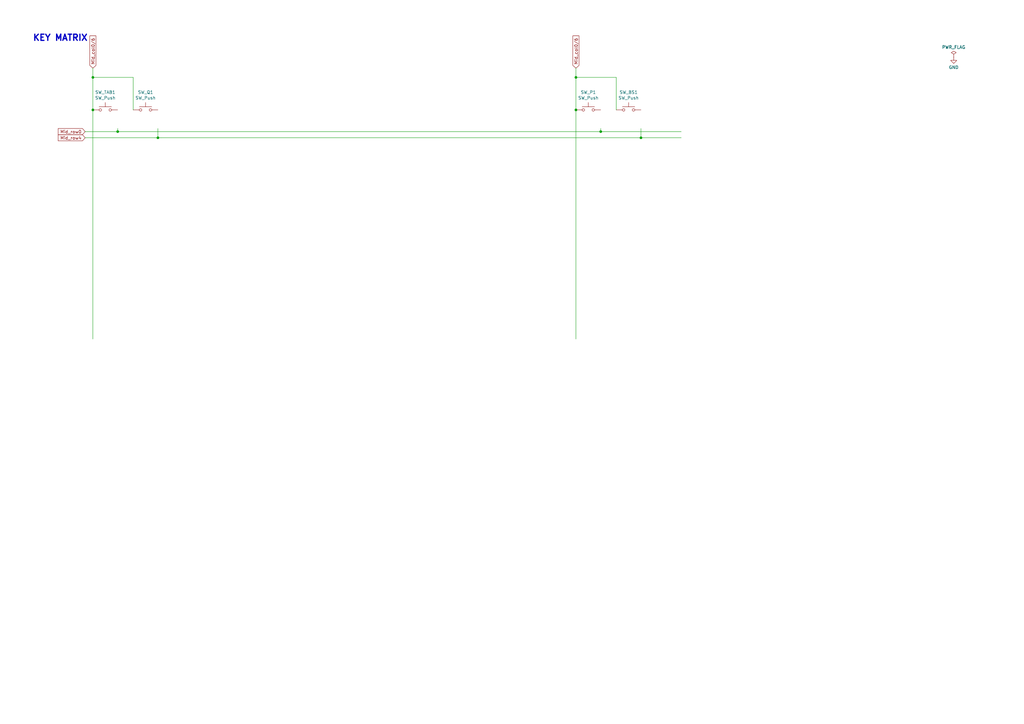
<source format=kicad_sch>
(kicad_sch (version 20231120) (generator "eeschema") (generator_version "8.0")
  (paper "A3")
  (title_block (title "Sandy") (date "2023-01-04") (rev "v.0") (company "@jpskenn"))
  (lib_symbols
    (symbol "Switch:SW_Push" (pin_numbers hide) (pin_names (offset 1.016) hide)
      (property "Reference" "SW" (at 1.27 2.54 0))
      (property "Value" "SW_Push" (at 0 -1.524 0))
      (symbol "SW_Push_0_1"
        (circle (center -2.032 0) (radius 0.508))
        (polyline (pts (xy 0 1.27) (xy 0 3.048)))
        (polyline (pts (xy 2.54 1.27) (xy -2.54 1.27)))
        (circle (center 2.032 0) (radius 0.508))
        (pin passive line (at -5.08 0 0) (length 2.54) (name "1") (number "1"))
        (pin passive line (at 5.08 0 180) (length 2.54) (name "2") (number "2"))
      )
    )
    (symbol "power:GND" (power) (pin_numbers hide) (pin_names (offset 0) hide)
      (property "Value" "GND" (at 0 -3.81 0))
      (symbol "GND_0_1"
        (polyline (pts (xy 0 0) (xy 0 -1.27) (xy 1.27 -1.27) (xy 0 -2.54) (xy -1.27 -1.27) (xy 0 -1.27)))
      )
      (symbol "GND_1_1"
        (pin power_in line (at 0 0 270) (length 0) (name "~") (number "1"))
      )
    )
    (symbol "power:PWR_FLAG" (power) (pin_numbers hide) (pin_names (offset 0) hide)
      (property "Value" "PWR_FLAG" (at 0 3.81 0))
      (symbol "PWR_FLAG_0_0"
        (pin power_out line (at 0 0 90) (length 0) (name "~") (number "1"))
      )
      (symbol "PWR_FLAG_0_1"
        (polyline (pts (xy 0 0) (xy 0 1.27) (xy -1.016 1.905) (xy 0 2.54) (xy 1.016 1.905) (xy 0 1.27)))
      )
    )
  )
  (bus_alias "def-a" (members "row0" "row5" "col0" "col1"))
  (junction (at 236.22 45.085))
  (junction (at 48.26 53.975))
  (junction (at 64.77 56.515))
  (junction (at 262.89 56.515))
  (junction (at 236.22 31.75))
  (junction (at 38.1 31.75))
  (junction (at 246.38 53.975))
  (junction (at 38.1 45.085))
  (wire (pts (xy 246.38 52.705) (xy 246.38 53.975)))
  (wire (pts (xy 236.22 27.94) (xy 236.22 31.75)))
  (wire (pts (xy 246.38 53.975) (xy 279.4 53.975)))
  (wire (pts (xy 262.89 52.705) (xy 262.89 56.515)))
  (wire (pts (xy 38.1 27.94) (xy 38.1 31.75)))
  (wire (pts (xy 38.1 31.75) (xy 38.1 45.085)))
  (wire (pts (xy 34.925 56.515) (xy 64.77 56.515)))
  (wire (pts (xy 38.1 45.085) (xy 38.1 139.065)))
  (wire (pts (xy 252.73 31.75) (xy 236.22 31.75)))
  (wire (pts (xy 64.77 52.705) (xy 64.77 56.515)))
  (wire (pts (xy 48.26 52.705) (xy 48.26 53.975)))
  (wire (pts (xy 38.1 31.75) (xy 54.61 31.75)))
  (wire (pts (xy 236.22 45.085) (xy 236.22 139.065)))
  (wire (pts (xy 64.77 56.515) (xy 262.89 56.515)))
  (wire (pts (xy 236.22 31.75) (xy 236.22 45.085)))
  (wire (pts (xy 252.73 31.75) (xy 252.73 45.085)))
  (wire (pts (xy 48.26 53.975) (xy 246.38 53.975)))
  (wire (pts (xy 34.925 53.975) (xy 48.26 53.975)))
  (wire (pts (xy 279.4 56.515) (xy 262.89 56.515)))
  (wire (pts (xy 54.61 31.75) (xy 54.61 45.085)))
  (text "KEY MATRIX" (at 13.335 17.145 0) (effects (font (size 2.54 2.54) (thickness 0.508) (bold yes)) (justify left bottom)))
  (global_label "Mid_col0{slash}6" (shape input) (at 38.1 27.94 90) (property "Intersheetrefs" "${INTERSHEET_REFS}" (effects (hide yes))) (property "シート間のリファレンス" "${INTERSHEET_REFS}" (effects (hide yes))))
  (global_label "Mid_col0{slash}6" (shape input) (at 236.22 27.94 90) (property "Intersheetrefs" "${INTERSHEET_REFS}" (effects (hide yes))) (property "シート間のリファレンス" "${INTERSHEET_REFS}" (effects (hide yes))))
  (global_label "Mid_row0" (shape input) (at 34.925 53.975 180) (property "Intersheetrefs" "${INTERSHEET_REFS}" (effects (hide yes))) (property "シート間のリファレンス" "${INTERSHEET_REFS}" (effects (hide yes))))
  (global_label "Mid_row4" (shape input) (at 34.925 56.515 180) (property "Intersheetrefs" "${INTERSHEET_REFS}" (effects (hide yes))) (property "シート間のリファレンス" "${INTERSHEET_REFS}" (effects (hide yes))))
  (symbol (lib_id "Switch:SW_Push") (at 257.81 45.085 0) (unit 1)
    (property "Reference" "SW_BS1" (at 257.81 37.846 0))
    (property "Value" "SW_Push" (at 257.81 40.1574 0))
    (property "Footprint" "locallib:MX-Switch-Hole" (effects (hide yes)))
  )
  (symbol (lib_id "Switch:SW_Push") (at 241.3 45.085 0) (unit 1)
    (property "Reference" "SW_P1" (at 241.3 37.846 0))
    (property "Value" "SW_Push" (at 241.3 40.1574 0))
    (property "Footprint" "locallib:MX-Switch-Hole" (effects (hide yes)))
  )
  (symbol (lib_id "Switch:SW_Push") (at 59.69 45.085 0) (unit 1)
    (property "Reference" "SW_Q1" (at 59.69 37.846 0))
    (property "Value" "SW_Push" (at 59.69 40.1574 0))
    (property "Footprint" "locallib:MX-Switch-Hole" (effects (hide yes)))
  )
  (symbol (lib_id "power:GND") (at 391.16 23.495 0) (unit 1)
    (property "Reference" "#PWR02" (effects (hide yes)))
    (property "Value" "GND" (at 391.16 27.6281 0))
    (property "Description" "Power symbol creates a global label with name \"GND\" , ground" (effects (hide yes)))
  )
  (symbol (lib_id "Switch:SW_Push") (at 43.18 45.085 0) (unit 1)
    (property "Reference" "SW_TAB1" (at 43.18 37.846 0))
    (property "Value" "SW_Push" (at 43.18 40.1574 0))
    (property "Footprint" "locallib:MX-Switch-Hole" (effects (hide yes)))
  )
  (symbol (lib_id "power:PWR_FLAG") (at 391.16 23.495 0) (unit 1)
    (property "Reference" "#FLG01" (effects (hide yes)))
    (property "Value" "PWR_FLAG" (at 391.16 19.3619 0))
    (property "Description" "Special symbol for telling ERC where power comes from" (effects (hide yes)))
  )
)
</source>
